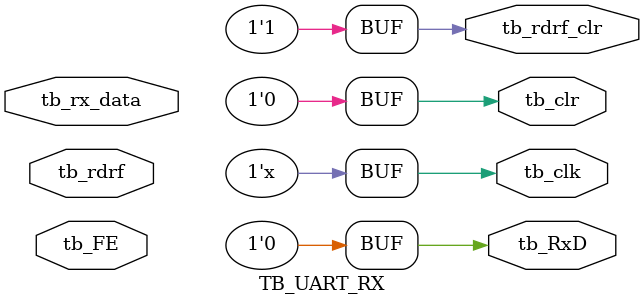
<source format=v>
module TB_UART_RX(tb_clk,tb_clr,tb_rdrf_clr,tb_rdrf,tb_rx_data,tb_FE,tb_RxD);
	
	output reg tb_RxD,tb_clk,tb_clr,tb_rdrf_clr;			
	input wire tb_rdrf, tb_FE;
	input wire[7:0] tb_rx_data;		
	
	UART_RX Instancia(
		.clk(tb_clk),
		.clr(tb_clr),
		.rdrf_clr(tb_rdrf_clr),
		.rdrf(tb_rdrf),
		.rx_data(tb_rx_data),
		.FE(tb_FE),
		.RxD(tb_RxD)
	);

	initial begin
		$monitor("Salida de TX: %8b y %b Estado: %d Transmision: %b Contador %d" ,tb_rx_data, tb_RxD,Instancia.Estado, tb_rdrf,Instancia.baud_cont);
		tb_clk = 0;
		tb_RxD = 0;
		tb_clr = 1;
		#10;
		tb_clr = 0;
		#10;
		tb_rdrf_clr = 1;
		#5;
		repeat(100)begin
			tb_RxD = !tb_RxD;
			#10;
		end
		


		
		
		


	end

	always #5 tb_clk = !tb_clk;


endmodule // TB_UART_RX

</source>
